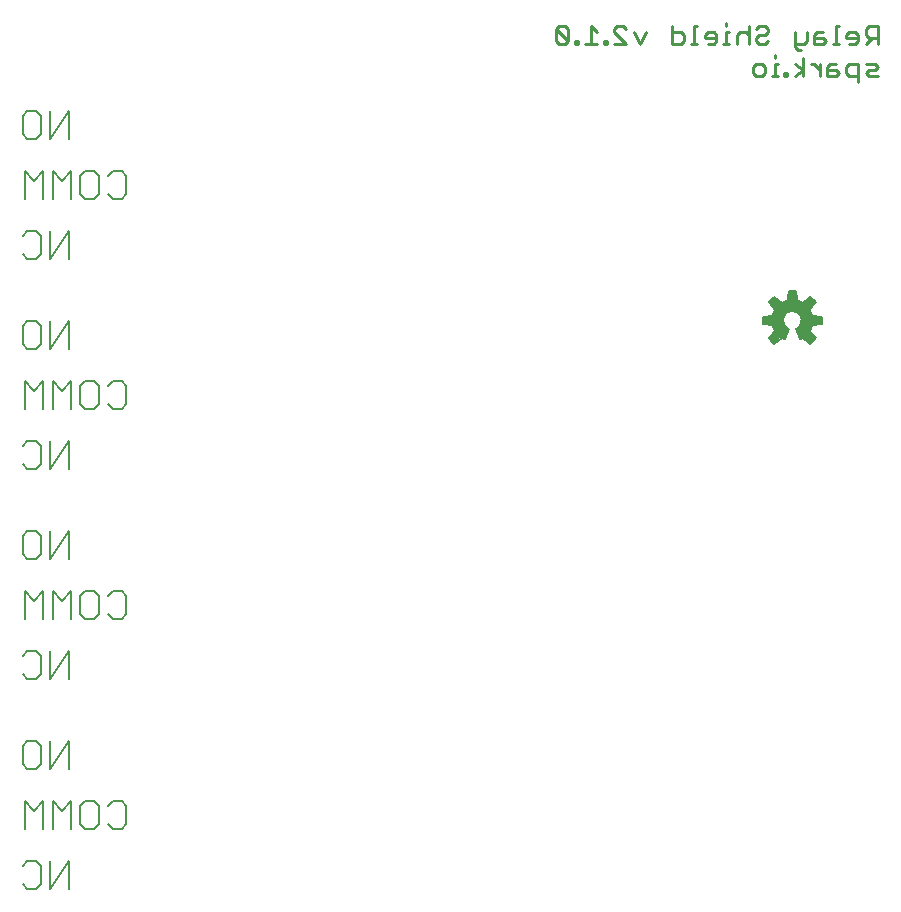
<source format=gbo>
G75*
%MOIN*%
%OFA0B0*%
%FSLAX24Y24*%
%IPPOS*%
%LPD*%
%AMOC8*
5,1,8,0,0,1.08239X$1,22.5*
%
%ADD10C,0.0110*%
%ADD11C,0.0080*%
%ADD12C,0.0059*%
D10*
X034533Y035351D02*
X034533Y035942D01*
X034238Y035942D01*
X034140Y035844D01*
X034140Y035647D01*
X034238Y035548D01*
X034533Y035548D01*
X034784Y035647D02*
X034883Y035745D01*
X035080Y035745D01*
X035178Y035844D01*
X035080Y035942D01*
X034784Y035942D01*
X034784Y035647D02*
X034883Y035548D01*
X035178Y035548D01*
X035178Y036598D02*
X035178Y037189D01*
X034883Y037189D01*
X034784Y037090D01*
X034784Y036894D01*
X034883Y036795D01*
X035178Y036795D01*
X034981Y036795D02*
X034784Y036598D01*
X034533Y036697D02*
X034533Y036894D01*
X034435Y036992D01*
X034238Y036992D01*
X034140Y036894D01*
X034140Y036795D01*
X034533Y036795D01*
X034533Y036697D02*
X034435Y036598D01*
X034238Y036598D01*
X033889Y036598D02*
X033692Y036598D01*
X033790Y036598D02*
X033790Y037189D01*
X033889Y037189D01*
X033361Y036992D02*
X033164Y036992D01*
X033065Y036894D01*
X033065Y036598D01*
X033361Y036598D01*
X033459Y036697D01*
X033361Y036795D01*
X033065Y036795D01*
X032815Y036697D02*
X032716Y036598D01*
X032421Y036598D01*
X032421Y036500D02*
X032519Y036401D01*
X032618Y036401D01*
X032421Y036500D02*
X032421Y036992D01*
X032815Y036992D02*
X032815Y036697D01*
X032707Y036139D02*
X032707Y035548D01*
X032707Y035745D02*
X032412Y035942D01*
X032707Y035745D02*
X032412Y035548D01*
X032170Y035548D02*
X032072Y035548D01*
X032072Y035647D01*
X032170Y035647D01*
X032170Y035548D01*
X031848Y035548D02*
X031651Y035548D01*
X031749Y035548D02*
X031749Y035942D01*
X031848Y035942D01*
X031749Y036139D02*
X031749Y036237D01*
X031427Y036598D02*
X031525Y036697D01*
X031427Y036598D02*
X031230Y036598D01*
X031132Y036697D01*
X031132Y036795D01*
X031230Y036894D01*
X031427Y036894D01*
X031525Y036992D01*
X031525Y037090D01*
X031427Y037189D01*
X031230Y037189D01*
X031132Y037090D01*
X030881Y037189D02*
X030881Y036598D01*
X030881Y036894D02*
X030783Y036992D01*
X030586Y036992D01*
X030487Y036894D01*
X030487Y036598D01*
X030236Y036598D02*
X030040Y036598D01*
X030138Y036598D02*
X030138Y036992D01*
X030236Y036992D01*
X030138Y037189D02*
X030138Y037287D01*
X029807Y036894D02*
X029708Y036992D01*
X029511Y036992D01*
X029413Y036894D01*
X029413Y036795D01*
X029807Y036795D01*
X029807Y036697D02*
X029807Y036894D01*
X029807Y036697D02*
X029708Y036598D01*
X029511Y036598D01*
X029162Y036598D02*
X028965Y036598D01*
X029064Y036598D02*
X029064Y037189D01*
X029162Y037189D01*
X028732Y036894D02*
X028634Y036992D01*
X028339Y036992D01*
X028339Y037189D02*
X028339Y036598D01*
X028634Y036598D01*
X028732Y036697D01*
X028732Y036894D01*
X027443Y036992D02*
X027247Y036598D01*
X027050Y036992D01*
X026799Y037090D02*
X026700Y037189D01*
X026504Y037189D01*
X026405Y037090D01*
X026405Y036992D01*
X026799Y036598D01*
X026405Y036598D01*
X026154Y036598D02*
X026056Y036598D01*
X026056Y036697D01*
X026154Y036697D01*
X026154Y036598D01*
X025832Y036598D02*
X025438Y036598D01*
X025635Y036598D02*
X025635Y037189D01*
X025832Y036992D01*
X025187Y036697D02*
X025089Y036697D01*
X025089Y036598D01*
X025187Y036598D01*
X025187Y036697D01*
X024865Y036697D02*
X024471Y037090D01*
X024471Y036697D01*
X024570Y036598D01*
X024767Y036598D01*
X024865Y036697D01*
X024865Y037090D01*
X024767Y037189D01*
X024570Y037189D01*
X024471Y037090D01*
X031024Y035844D02*
X031123Y035942D01*
X031320Y035942D01*
X031418Y035844D01*
X031418Y035647D01*
X031320Y035548D01*
X031123Y035548D01*
X031024Y035647D01*
X031024Y035844D01*
X032949Y035942D02*
X033047Y035942D01*
X033244Y035745D01*
X033244Y035548D02*
X033244Y035942D01*
X033495Y035844D02*
X033495Y035548D01*
X033790Y035548D01*
X033889Y035647D01*
X033790Y035745D01*
X033495Y035745D01*
X033495Y035844D02*
X033594Y035942D01*
X033790Y035942D01*
D11*
X006679Y008587D02*
X006833Y008433D01*
X007139Y008433D01*
X007293Y008587D01*
X007293Y009201D01*
X007139Y009354D01*
X006833Y009354D01*
X006679Y009201D01*
X007600Y009354D02*
X007600Y008433D01*
X008214Y009354D01*
X008214Y008433D01*
X008293Y010433D02*
X008293Y011354D01*
X007986Y011047D01*
X007679Y011354D01*
X007679Y010433D01*
X007372Y010433D02*
X007372Y011354D01*
X007065Y011047D01*
X006758Y011354D01*
X006758Y010433D01*
X006833Y012433D02*
X006679Y012587D01*
X006679Y013201D01*
X006833Y013354D01*
X007139Y013354D01*
X007293Y013201D01*
X007293Y012587D01*
X007139Y012433D01*
X006833Y012433D01*
X007600Y012433D02*
X007600Y013354D01*
X008214Y013354D02*
X007600Y012433D01*
X008214Y012433D02*
X008214Y013354D01*
X008214Y015433D02*
X008214Y016354D01*
X007600Y015433D01*
X007600Y016354D01*
X007293Y016201D02*
X007293Y015587D01*
X007139Y015433D01*
X006833Y015433D01*
X006679Y015587D01*
X006679Y016201D02*
X006833Y016354D01*
X007139Y016354D01*
X007293Y016201D01*
X007372Y017433D02*
X007372Y018354D01*
X007065Y018047D01*
X006758Y018354D01*
X006758Y017433D01*
X007679Y017433D02*
X007679Y018354D01*
X007986Y018047D01*
X008293Y018354D01*
X008293Y017433D01*
X008600Y017587D02*
X008600Y018201D01*
X008753Y018354D01*
X009060Y018354D01*
X009214Y018201D01*
X009214Y017587D01*
X009060Y017433D01*
X008753Y017433D01*
X008600Y017587D01*
X009521Y017587D02*
X009674Y017433D01*
X009981Y017433D01*
X010135Y017587D01*
X010135Y018201D01*
X009981Y018354D01*
X009674Y018354D01*
X009521Y018201D01*
X008214Y019433D02*
X008214Y020354D01*
X007600Y019433D01*
X007600Y020354D01*
X007293Y020201D02*
X007293Y019587D01*
X007139Y019433D01*
X006833Y019433D01*
X006679Y019587D01*
X006679Y020201D01*
X006833Y020354D01*
X007139Y020354D01*
X007293Y020201D01*
X007139Y022433D02*
X006833Y022433D01*
X006679Y022587D01*
X007139Y022433D02*
X007293Y022587D01*
X007293Y023201D01*
X007139Y023354D01*
X006833Y023354D01*
X006679Y023201D01*
X007600Y023354D02*
X007600Y022433D01*
X008214Y023354D01*
X008214Y022433D01*
X008293Y024433D02*
X008293Y025354D01*
X007986Y025047D01*
X007679Y025354D01*
X007679Y024433D01*
X007372Y024433D02*
X007372Y025354D01*
X007065Y025047D01*
X006758Y025354D01*
X006758Y024433D01*
X008600Y024587D02*
X008600Y025201D01*
X008753Y025354D01*
X009060Y025354D01*
X009214Y025201D01*
X009214Y024587D01*
X009060Y024433D01*
X008753Y024433D01*
X008600Y024587D01*
X009521Y024587D02*
X009674Y024433D01*
X009981Y024433D01*
X010135Y024587D01*
X010135Y025201D01*
X009981Y025354D01*
X009674Y025354D01*
X009521Y025201D01*
X008214Y026433D02*
X008214Y027354D01*
X007600Y026433D01*
X007600Y027354D01*
X007293Y027201D02*
X007293Y026587D01*
X007139Y026433D01*
X006833Y026433D01*
X006679Y026587D01*
X006679Y027201D01*
X006833Y027354D01*
X007139Y027354D01*
X007293Y027201D01*
X007139Y029433D02*
X006833Y029433D01*
X006679Y029587D01*
X007139Y029433D02*
X007293Y029587D01*
X007293Y030201D01*
X007139Y030354D01*
X006833Y030354D01*
X006679Y030201D01*
X007600Y030354D02*
X007600Y029433D01*
X008214Y030354D01*
X008214Y029433D01*
X008293Y031433D02*
X008293Y032354D01*
X007986Y032047D01*
X007679Y032354D01*
X007679Y031433D01*
X007372Y031433D02*
X007372Y032354D01*
X007065Y032047D01*
X006758Y032354D01*
X006758Y031433D01*
X008600Y031587D02*
X008600Y032201D01*
X008753Y032354D01*
X009060Y032354D01*
X009214Y032201D01*
X009214Y031587D01*
X009060Y031433D01*
X008753Y031433D01*
X008600Y031587D01*
X009521Y031587D02*
X009674Y031433D01*
X009981Y031433D01*
X010135Y031587D01*
X010135Y032201D01*
X009981Y032354D01*
X009674Y032354D01*
X009521Y032201D01*
X008214Y033433D02*
X008214Y034354D01*
X007600Y033433D01*
X007600Y034354D01*
X007293Y034201D02*
X007293Y033587D01*
X007139Y033433D01*
X006833Y033433D01*
X006679Y033587D01*
X006679Y034201D01*
X006833Y034354D01*
X007139Y034354D01*
X007293Y034201D01*
X008753Y011354D02*
X008600Y011201D01*
X008600Y010587D01*
X008753Y010433D01*
X009060Y010433D01*
X009214Y010587D01*
X009214Y011201D01*
X009060Y011354D01*
X008753Y011354D01*
X009521Y011201D02*
X009674Y011354D01*
X009981Y011354D01*
X010135Y011201D01*
X010135Y010587D01*
X009981Y010433D01*
X009674Y010433D01*
X009521Y010587D01*
D12*
X031557Y026787D02*
X031759Y027035D01*
X031708Y027134D01*
X031674Y027241D01*
X031356Y027273D01*
X031356Y027513D01*
X031674Y027546D01*
X031708Y027652D01*
X031759Y027752D01*
X031557Y027999D01*
X031727Y028169D01*
X031974Y027967D01*
X032074Y028018D01*
X032181Y028053D01*
X032213Y028370D01*
X032453Y028370D01*
X032485Y028053D01*
X032592Y028018D01*
X032692Y027967D01*
X032939Y028169D01*
X033109Y027999D01*
X032907Y027752D01*
X032958Y027652D01*
X032992Y027546D01*
X033310Y027513D01*
X033310Y027273D01*
X032992Y027241D01*
X032958Y027134D01*
X032907Y027035D01*
X033109Y026787D01*
X032939Y026618D01*
X032692Y026819D01*
X032592Y026768D01*
X032451Y027109D01*
X032504Y027138D01*
X032550Y027176D01*
X032589Y027222D01*
X032617Y027276D01*
X032635Y027333D01*
X032641Y027393D01*
X032634Y027456D01*
X032615Y027516D01*
X032584Y027571D01*
X032542Y027619D01*
X032492Y027657D01*
X032435Y027684D01*
X032373Y027698D01*
X032310Y027700D01*
X032248Y027689D01*
X032189Y027665D01*
X032137Y027630D01*
X032092Y027585D01*
X032058Y027532D01*
X032036Y027473D01*
X032026Y027411D01*
X032029Y027347D01*
X032045Y027286D01*
X032072Y027230D01*
X032111Y027180D01*
X032160Y027139D01*
X032215Y027109D01*
X032074Y026768D01*
X031974Y026819D01*
X031727Y026618D01*
X031557Y026787D01*
X031580Y026764D02*
X031907Y026764D01*
X031836Y026707D02*
X031638Y026707D01*
X031695Y026649D02*
X031766Y026649D01*
X031586Y026822D02*
X032096Y026822D01*
X032120Y026879D02*
X031632Y026879D01*
X031679Y026937D02*
X032144Y026937D01*
X032168Y026995D02*
X031726Y026995D01*
X031750Y027052D02*
X032192Y027052D01*
X032214Y027110D02*
X031720Y027110D01*
X031697Y027167D02*
X032126Y027167D01*
X032076Y027225D02*
X031679Y027225D01*
X031356Y027282D02*
X032047Y027282D01*
X032031Y027340D02*
X031356Y027340D01*
X031356Y027397D02*
X032026Y027397D01*
X032033Y027455D02*
X031356Y027455D01*
X031356Y027513D02*
X032051Y027513D01*
X032083Y027570D02*
X031681Y027570D01*
X031700Y027628D02*
X032134Y027628D01*
X032239Y027685D02*
X031725Y027685D01*
X031754Y027743D02*
X032911Y027743D01*
X032941Y027685D02*
X032428Y027685D01*
X032530Y027628D02*
X032966Y027628D01*
X032984Y027570D02*
X032584Y027570D01*
X032616Y027513D02*
X033310Y027513D01*
X033310Y027455D02*
X032634Y027455D01*
X032640Y027397D02*
X033310Y027397D01*
X033310Y027340D02*
X032635Y027340D01*
X032619Y027282D02*
X033310Y027282D01*
X032987Y027225D02*
X032590Y027225D01*
X032540Y027167D02*
X032969Y027167D01*
X032945Y027110D02*
X032452Y027110D01*
X032474Y027052D02*
X032916Y027052D01*
X032940Y026995D02*
X032498Y026995D01*
X032522Y026937D02*
X032986Y026937D01*
X033033Y026879D02*
X032546Y026879D01*
X032570Y026822D02*
X033080Y026822D01*
X033086Y026764D02*
X032759Y026764D01*
X032830Y026707D02*
X033028Y026707D01*
X032970Y026649D02*
X032900Y026649D01*
X032946Y027800D02*
X031720Y027800D01*
X031673Y027858D02*
X032993Y027858D01*
X033040Y027915D02*
X031626Y027915D01*
X031579Y027973D02*
X031967Y027973D01*
X031986Y027973D02*
X032680Y027973D01*
X032699Y027973D02*
X033087Y027973D01*
X033077Y028031D02*
X032769Y028031D01*
X032840Y028088D02*
X033020Y028088D01*
X032962Y028146D02*
X032910Y028146D01*
X032554Y028031D02*
X032112Y028031D01*
X032184Y028088D02*
X032482Y028088D01*
X032476Y028146D02*
X032190Y028146D01*
X032196Y028203D02*
X032470Y028203D01*
X032464Y028261D02*
X032202Y028261D01*
X032208Y028318D02*
X032458Y028318D01*
X031897Y028031D02*
X031589Y028031D01*
X031646Y028088D02*
X031826Y028088D01*
X031755Y028146D02*
X031704Y028146D01*
M02*

</source>
